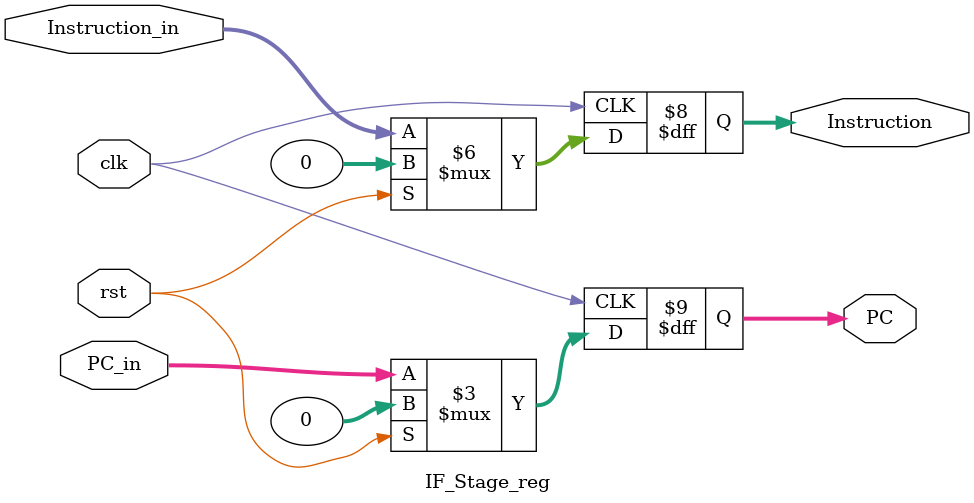
<source format=v>
module IF_Stage_reg
	(
		clk,
		rst,
		Instruction_in,
		PC_in,
		Instruction,
		PC
	);
	
	// input and outputs
	input			clk;
	input			rst;
	input	[31:0]	Instruction_in;
	input	[31:0]	PC_in;
	output	[31:0]	Instruction;
	output	[31:0]	PC;

	
	// registers
	reg		[31:0]	Instruction;
	reg		[31:0]	PC;
	
	// build module
	
	// transition	between
	always @(posedge clk)
	begin
		if(rst)
		begin
			Instruction <= 32'b0;
			PC <= 32'b0;
		end
		else
		begin
			Instruction <= Instruction_in;
			PC <= PC_in;
		end
	end
	
endmodule

</source>
